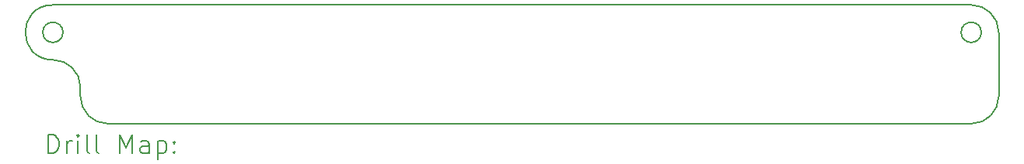
<source format=gbr>
%TF.GenerationSoftware,KiCad,Pcbnew,7.0.11*%
%TF.CreationDate,2025-01-20T02:25:37+09:00*%
%TF.ProjectId,Capasitor,43617061-7369-4746-9f72-2e6b69636164,rev?*%
%TF.SameCoordinates,Original*%
%TF.FileFunction,Drillmap*%
%TF.FilePolarity,Positive*%
%FSLAX45Y45*%
G04 Gerber Fmt 4.5, Leading zero omitted, Abs format (unit mm)*
G04 Created by KiCad (PCBNEW 7.0.11) date 2025-01-20 02:25:37*
%MOMM*%
%LPD*%
G01*
G04 APERTURE LIST*
%ADD10C,0.200000*%
G04 APERTURE END LIST*
D10*
X10104600Y-9810000D02*
G75*
G03*
X9884600Y-9810000I-110000J0D01*
G01*
X9884600Y-9810000D02*
G75*
G03*
X10104600Y-9810000I110000J0D01*
G01*
X20104600Y-9810000D02*
G75*
G03*
X19884600Y-9810000I-110000J0D01*
G01*
X19884600Y-9810000D02*
G75*
G03*
X20104600Y-9810000I110000J0D01*
G01*
X10294600Y-10410000D02*
X10294600Y-10510000D01*
X10294600Y-10410000D02*
G75*
G03*
X9994600Y-10110000I-300000J0D01*
G01*
X9994600Y-9510000D02*
G75*
G03*
X9994600Y-10110000I0J-300000D01*
G01*
X19994600Y-9510000D02*
X9994600Y-9510000D01*
X20294600Y-9810000D02*
G75*
G03*
X19994600Y-9510000I-300000J0D01*
G01*
X20294600Y-10510000D02*
X20294600Y-9810000D01*
X19994600Y-10810000D02*
G75*
G03*
X20294600Y-10510000I0J300000D01*
G01*
X10594600Y-10810000D02*
X19994600Y-10810000D01*
X10294600Y-10510000D02*
G75*
G03*
X10594600Y-10810000I300000J0D01*
G01*
X9945376Y-11131484D02*
X9945376Y-10931484D01*
X9945376Y-10931484D02*
X9992995Y-10931484D01*
X9992995Y-10931484D02*
X10021567Y-10941008D01*
X10021567Y-10941008D02*
X10040615Y-10960055D01*
X10040615Y-10960055D02*
X10050138Y-10979103D01*
X10050138Y-10979103D02*
X10059662Y-11017198D01*
X10059662Y-11017198D02*
X10059662Y-11045770D01*
X10059662Y-11045770D02*
X10050138Y-11083865D01*
X10050138Y-11083865D02*
X10040615Y-11102912D01*
X10040615Y-11102912D02*
X10021567Y-11121960D01*
X10021567Y-11121960D02*
X9992995Y-11131484D01*
X9992995Y-11131484D02*
X9945376Y-11131484D01*
X10145376Y-11131484D02*
X10145376Y-10998150D01*
X10145376Y-11036246D02*
X10154900Y-11017198D01*
X10154900Y-11017198D02*
X10164424Y-11007674D01*
X10164424Y-11007674D02*
X10183472Y-10998150D01*
X10183472Y-10998150D02*
X10202519Y-10998150D01*
X10269186Y-11131484D02*
X10269186Y-10998150D01*
X10269186Y-10931484D02*
X10259662Y-10941008D01*
X10259662Y-10941008D02*
X10269186Y-10950531D01*
X10269186Y-10950531D02*
X10278710Y-10941008D01*
X10278710Y-10941008D02*
X10269186Y-10931484D01*
X10269186Y-10931484D02*
X10269186Y-10950531D01*
X10392995Y-11131484D02*
X10373948Y-11121960D01*
X10373948Y-11121960D02*
X10364424Y-11102912D01*
X10364424Y-11102912D02*
X10364424Y-10931484D01*
X10497757Y-11131484D02*
X10478710Y-11121960D01*
X10478710Y-11121960D02*
X10469186Y-11102912D01*
X10469186Y-11102912D02*
X10469186Y-10931484D01*
X10726329Y-11131484D02*
X10726329Y-10931484D01*
X10726329Y-10931484D02*
X10792996Y-11074341D01*
X10792996Y-11074341D02*
X10859662Y-10931484D01*
X10859662Y-10931484D02*
X10859662Y-11131484D01*
X11040615Y-11131484D02*
X11040615Y-11026722D01*
X11040615Y-11026722D02*
X11031091Y-11007674D01*
X11031091Y-11007674D02*
X11012043Y-10998150D01*
X11012043Y-10998150D02*
X10973948Y-10998150D01*
X10973948Y-10998150D02*
X10954900Y-11007674D01*
X11040615Y-11121960D02*
X11021567Y-11131484D01*
X11021567Y-11131484D02*
X10973948Y-11131484D01*
X10973948Y-11131484D02*
X10954900Y-11121960D01*
X10954900Y-11121960D02*
X10945376Y-11102912D01*
X10945376Y-11102912D02*
X10945376Y-11083865D01*
X10945376Y-11083865D02*
X10954900Y-11064817D01*
X10954900Y-11064817D02*
X10973948Y-11055293D01*
X10973948Y-11055293D02*
X11021567Y-11055293D01*
X11021567Y-11055293D02*
X11040615Y-11045770D01*
X11135853Y-10998150D02*
X11135853Y-11198150D01*
X11135853Y-11007674D02*
X11154900Y-10998150D01*
X11154900Y-10998150D02*
X11192995Y-10998150D01*
X11192995Y-10998150D02*
X11212043Y-11007674D01*
X11212043Y-11007674D02*
X11221567Y-11017198D01*
X11221567Y-11017198D02*
X11231091Y-11036246D01*
X11231091Y-11036246D02*
X11231091Y-11093389D01*
X11231091Y-11093389D02*
X11221567Y-11112436D01*
X11221567Y-11112436D02*
X11212043Y-11121960D01*
X11212043Y-11121960D02*
X11192995Y-11131484D01*
X11192995Y-11131484D02*
X11154900Y-11131484D01*
X11154900Y-11131484D02*
X11135853Y-11121960D01*
X11316805Y-11112436D02*
X11326329Y-11121960D01*
X11326329Y-11121960D02*
X11316805Y-11131484D01*
X11316805Y-11131484D02*
X11307281Y-11121960D01*
X11307281Y-11121960D02*
X11316805Y-11112436D01*
X11316805Y-11112436D02*
X11316805Y-11131484D01*
X11316805Y-11007674D02*
X11326329Y-11017198D01*
X11326329Y-11017198D02*
X11316805Y-11026722D01*
X11316805Y-11026722D02*
X11307281Y-11017198D01*
X11307281Y-11017198D02*
X11316805Y-11007674D01*
X11316805Y-11007674D02*
X11316805Y-11026722D01*
M02*

</source>
